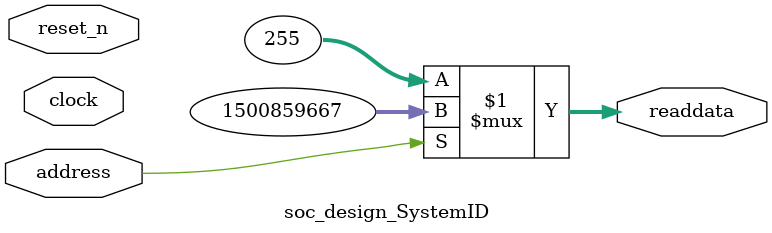
<source format=v>



// synthesis translate_off
`timescale 1ns / 1ps
// synthesis translate_on

// turn off superfluous verilog processor warnings 
// altera message_level Level1 
// altera message_off 10034 10035 10036 10037 10230 10240 10030 

module soc_design_SystemID (
               // inputs:
                address,
                clock,
                reset_n,

               // outputs:
                readdata
             )
;

  output  [ 31: 0] readdata;
  input            address;
  input            clock;
  input            reset_n;

  wire    [ 31: 0] readdata;
  //control_slave, which is an e_avalon_slave
  assign readdata = address ? 1500859667 : 255;

endmodule



</source>
